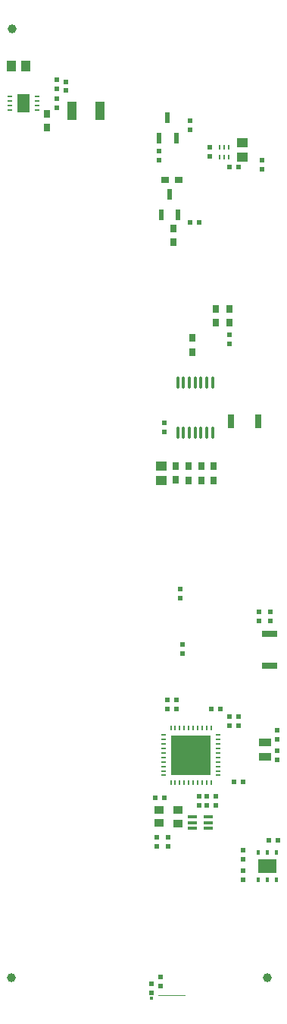
<source format=gtp>
%FSLAX25Y25*%
%MOIN*%
G70*
G01*
G75*
G04 Layer_Color=8421504*
%ADD10O,0.01378X0.05512*%
%ADD11R,0.02362X0.04528*%
%ADD12R,0.03937X0.07874*%
%ADD13R,0.01772X0.02362*%
%ADD14R,0.08268X0.05906*%
%ADD15R,0.17716X0.17716*%
%ADD16O,0.02559X0.00984*%
%ADD17O,0.00984X0.02559*%
%ADD18R,0.05315X0.03740*%
%ADD19R,0.01575X0.01575*%
%ADD20R,0.11811X0.00039*%
%ADD21R,0.05512X0.08268*%
%ADD22O,0.02362X0.00984*%
%ADD23R,0.06693X0.03150*%
%ADD24R,0.00984X0.01969*%
%ADD25R,0.03937X0.03543*%
%ADD26R,0.03937X0.01378*%
%ADD27R,0.03150X0.06496*%
%ADD28R,0.03150X0.03543*%
%ADD29R,0.02362X0.01969*%
%ADD30R,0.01969X0.02362*%
%ADD31R,0.03543X0.03150*%
%ADD32R,0.03937X0.05118*%
%ADD33R,0.05118X0.03937*%
%ADD34C,0.03937*%
%ADD35C,0.00787*%
%ADD36C,0.03937*%
%ADD37C,0.01969*%
%ADD38C,0.01000*%
%ADD39C,0.01181*%
%ADD40C,0.01575*%
%ADD41C,0.02000*%
%ADD42C,0.02362*%
%ADD43R,0.03937X0.02913*%
%ADD44R,0.04724X0.03150*%
%ADD45R,0.18898X0.05079*%
%ADD46R,0.36142X0.03937*%
%ADD47R,1.00709X0.04764*%
%ADD48R,0.08583X0.15590*%
%ADD49R,0.12598X0.04764*%
%ADD50R,0.12598X0.05079*%
%ADD51R,0.01811X0.07992*%
G04:AMPARAMS|DCode=52|XSize=18.11mil|YSize=66.44mil|CornerRadius=0mil|HoleSize=0mil|Usage=FLASHONLY|Rotation=214.500|XOffset=0mil|YOffset=0mil|HoleType=Round|Shape=Rectangle|*
%AMROTATEDRECTD52*
4,1,4,-0.01135,0.03251,0.02628,-0.02225,0.01135,-0.03251,-0.02628,0.02225,-0.01135,0.03251,0.0*
%
%ADD52ROTATEDRECTD52*%

%ADD53R,0.35500X0.02000*%
%ADD54R,0.09055X0.04823*%
%ADD55R,0.12598X0.03150*%
%ADD56C,0.04724*%
%ADD57C,0.05512*%
%ADD58C,0.05906*%
%ADD59R,0.05906X0.05906*%
%ADD60R,0.05906X0.05906*%
%ADD61C,0.06299*%
%ADD62C,0.06000*%
%ADD63C,0.02598*%
%ADD64C,0.03150*%
%ADD65R,0.05000X0.03543*%
%ADD66R,0.03150X0.05709*%
%ADD67R,0.05118X0.02559*%
%ADD68O,0.02362X0.07284*%
%ADD69R,0.02756X0.05315*%
%ADD70O,0.02165X0.01181*%
%ADD71R,0.03543X0.02953*%
%ADD72R,0.02953X0.03543*%
%ADD73C,0.00984*%
D10*
X364173Y448032D02*
D03*
X366732D02*
D03*
X369291D02*
D03*
X371850D02*
D03*
X374409D02*
D03*
X376969D02*
D03*
X379528D02*
D03*
X364173Y470079D02*
D03*
X366732D02*
D03*
X369291D02*
D03*
X371850D02*
D03*
X374409D02*
D03*
X376969D02*
D03*
X379528D02*
D03*
D11*
X359744Y586319D02*
D03*
X363484Y577461D02*
D03*
X356004D02*
D03*
X360630Y552559D02*
D03*
X364370Y543701D02*
D03*
X356890D02*
D03*
D12*
X329823Y589468D02*
D03*
X317618D02*
D03*
D13*
X399791Y251803D02*
D03*
X403728D02*
D03*
X407665D02*
D03*
Y263614D02*
D03*
X403728D02*
D03*
X399791D02*
D03*
D14*
X403728Y257709D02*
D03*
D15*
X370000Y306433D02*
D03*
D16*
X381909Y315291D02*
D03*
Y313323D02*
D03*
Y311354D02*
D03*
Y309386D02*
D03*
Y307417D02*
D03*
Y305449D02*
D03*
Y303480D02*
D03*
Y301512D02*
D03*
Y299543D02*
D03*
Y297575D02*
D03*
X358090D02*
D03*
Y299543D02*
D03*
Y301512D02*
D03*
Y303480D02*
D03*
Y305449D02*
D03*
Y307417D02*
D03*
Y309386D02*
D03*
Y311354D02*
D03*
Y313323D02*
D03*
Y315291D02*
D03*
D17*
X378858Y294524D02*
D03*
X376890D02*
D03*
X374921D02*
D03*
X372953D02*
D03*
X370984D02*
D03*
X369016D02*
D03*
X367047D02*
D03*
X365079D02*
D03*
X363110D02*
D03*
X361142D02*
D03*
Y318342D02*
D03*
X363110D02*
D03*
X365079D02*
D03*
X367047D02*
D03*
X369016D02*
D03*
X370984D02*
D03*
X372953D02*
D03*
X374921D02*
D03*
X376890D02*
D03*
X378858D02*
D03*
D18*
X402756Y312106D02*
D03*
Y305610D02*
D03*
D19*
X352740Y199886D02*
D03*
D20*
X361740Y200886D02*
D03*
D21*
X296358Y592717D02*
D03*
D22*
X302264Y595669D02*
D03*
Y593701D02*
D03*
Y591732D02*
D03*
Y589764D02*
D03*
X290453D02*
D03*
Y591732D02*
D03*
Y593701D02*
D03*
Y595669D02*
D03*
D23*
X404724Y345768D02*
D03*
Y359842D02*
D03*
D24*
X386713Y573524D02*
D03*
X384744D02*
D03*
X382776D02*
D03*
Y569193D02*
D03*
X384744D02*
D03*
X386713D02*
D03*
D25*
X364173Y282382D02*
D03*
Y276476D02*
D03*
X355906Y276575D02*
D03*
Y282480D02*
D03*
D26*
X377756Y274311D02*
D03*
Y276870D02*
D03*
Y279429D02*
D03*
X370571D02*
D03*
Y276870D02*
D03*
Y274311D02*
D03*
D27*
X387697Y453150D02*
D03*
X399508D02*
D03*
D28*
X380020Y427165D02*
D03*
Y433268D02*
D03*
X362205Y537697D02*
D03*
Y531595D02*
D03*
X306594Y581890D02*
D03*
Y587992D02*
D03*
X374508Y427165D02*
D03*
Y433268D02*
D03*
X368996Y427165D02*
D03*
Y433268D02*
D03*
X380906Y502461D02*
D03*
Y496358D02*
D03*
X363386Y427264D02*
D03*
Y433366D02*
D03*
X370669Y489567D02*
D03*
Y483465D02*
D03*
X386910Y496358D02*
D03*
Y502461D02*
D03*
D29*
X373721Y540551D02*
D03*
X369783D02*
D03*
X382972Y326772D02*
D03*
X379035D02*
D03*
X404260Y269209D02*
D03*
X408197D02*
D03*
X388976Y294882D02*
D03*
X392913D02*
D03*
X358169Y287598D02*
D03*
X354232D02*
D03*
X387106Y564764D02*
D03*
X391043D02*
D03*
D30*
X365453Y375295D02*
D03*
Y379232D02*
D03*
X404823Y365551D02*
D03*
Y369488D02*
D03*
X366437Y355118D02*
D03*
Y351181D02*
D03*
X392815Y264764D02*
D03*
Y260827D02*
D03*
X392913Y251870D02*
D03*
Y255807D02*
D03*
X352756Y205906D02*
D03*
Y201969D02*
D03*
X311024Y590650D02*
D03*
Y594587D02*
D03*
X356004Y571555D02*
D03*
Y567618D02*
D03*
X401181Y563878D02*
D03*
Y567815D02*
D03*
X369783Y581004D02*
D03*
Y584941D02*
D03*
X386910Y491043D02*
D03*
Y487106D02*
D03*
X387106Y323228D02*
D03*
Y319291D02*
D03*
X360000Y266465D02*
D03*
Y270402D02*
D03*
X355000Y266465D02*
D03*
Y270402D02*
D03*
X399902Y369488D02*
D03*
Y365551D02*
D03*
X408071Y313484D02*
D03*
Y317421D02*
D03*
X408071Y308465D02*
D03*
Y304528D02*
D03*
X356693Y208957D02*
D03*
Y205020D02*
D03*
X311024Y599016D02*
D03*
Y602953D02*
D03*
X314961Y598228D02*
D03*
Y602165D02*
D03*
X381000Y288402D02*
D03*
Y284465D02*
D03*
X373500Y288402D02*
D03*
Y284465D02*
D03*
X377000Y288402D02*
D03*
Y284465D02*
D03*
X363492Y326850D02*
D03*
Y330787D02*
D03*
X390945Y319291D02*
D03*
Y323228D02*
D03*
X359492Y326850D02*
D03*
Y330787D02*
D03*
X378150Y573327D02*
D03*
Y569390D02*
D03*
X358366Y448425D02*
D03*
Y452362D02*
D03*
D31*
X364764Y558957D02*
D03*
X358661D02*
D03*
D32*
X290945Y609154D02*
D03*
X297244D02*
D03*
D33*
X392618Y575492D02*
D03*
Y569193D02*
D03*
X356890Y426968D02*
D03*
Y433268D02*
D03*
D34*
X403543Y208760D02*
D03*
X291043Y208563D02*
D03*
X291142Y625492D02*
D03*
M02*

</source>
